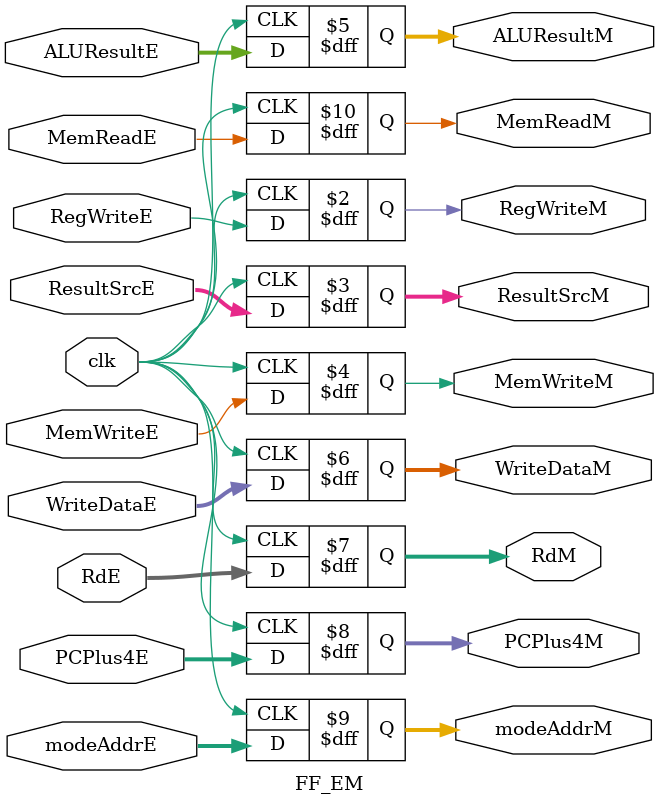
<source format=sv>
module FF_EM #(
    parameter DATA_WIDTH = 32,
    parameter WIDTH = 5
)(
    input logic clk,
    input logic RegWriteE,
    output logic RegWriteM,
    input logic [1:0] ResultSrcE,
    output logic [1:0] ResultSrcM,
    input logic MemWriteE,
    output logic MemWriteM,
    input logic [DATA_WIDTH-1:0] ALUResultE,
    output logic [DATA_WIDTH-1:0] ALUResultM,
    input logic [DATA_WIDTH-1:0] WriteDataE,
    output logic [DATA_WIDTH-1:0] WriteDataM,
    input logic [WIDTH-1:0] RdE,
    output logic [WIDTH-1:0] RdM,
    input logic [DATA_WIDTH-1:0] PCPlus4E,
    output logic [DATA_WIDTH-1:0] PCPlus4M,
    input logic [2:0] modeAddrE,
    output logic [2:0] modeAddrM,
    input logic MemReadE,
    output logic MemReadM
);

always_ff @(posedge clk) begin
    RegWriteM <= RegWriteE;
    ResultSrcM <= ResultSrcE;
    MemWriteM <= MemWriteE;
    ALUResultM <= ALUResultE;
    WriteDataM <= WriteDataE;
    RdM <= RdE;
    PCPlus4M <= PCPlus4E;
    modeAddrM <= modeAddrE;
    MemReadM <= MemReadE;
end

endmodule

</source>
